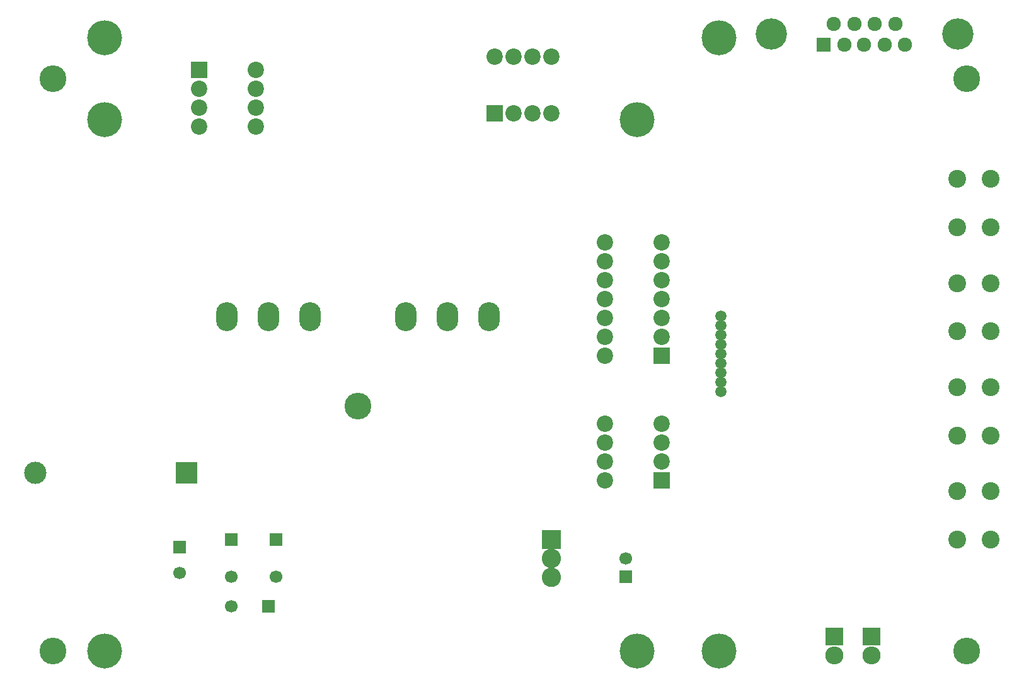
<source format=gbs>
G04 #@! TF.FileFunction,Soldermask,Bot*
%FSLAX46Y46*%
G04 Gerber Fmt 4.6, Leading zero omitted, Abs format (unit mm)*
G04 Created by KiCad (PCBNEW 4.0.2-stable) date 2016/10/31 21:02:32*
%MOMM*%
G01*
G04 APERTURE LIST*
%ADD10C,0.100000*%
%ADD11C,4.210000*%
%ADD12R,1.924000X1.924000*%
%ADD13C,1.924000*%
%ADD14C,1.500000*%
%ADD15C,3.600000*%
%ADD16O,2.899360X3.900120*%
%ADD17R,2.200000X2.200000*%
%ADD18C,2.200000*%
%ADD19C,1.700000*%
%ADD20R,1.700000X1.700000*%
%ADD21R,3.000000X3.000000*%
%ADD22C,3.000000*%
%ADD23R,2.432000X2.432000*%
%ADD24O,2.432000X2.432000*%
%ADD25C,2.400000*%
%ADD26R,2.600000X2.600000*%
%ADD27C,2.600000*%
%ADD28C,4.700000*%
G04 APERTURE END LIST*
D10*
D11*
X174554000Y-52000000D03*
X199573000Y-52000000D03*
D12*
X181539000Y-53397000D03*
D13*
X184333000Y-53397000D03*
X187000000Y-53397000D03*
X189794000Y-53397000D03*
X192461000Y-53397000D03*
X182936000Y-50603000D03*
X185730000Y-50603000D03*
X188397000Y-50603000D03*
X191191000Y-50603000D03*
D14*
X167800000Y-89920000D03*
X167800000Y-91190000D03*
X167800000Y-92460000D03*
X167800000Y-93730000D03*
X167800000Y-95000000D03*
X167800000Y-96270000D03*
X167800000Y-97540000D03*
X167800000Y-98810000D03*
X167800000Y-100080000D03*
D15*
X119000000Y-102000000D03*
D16*
X107000000Y-90000000D03*
X112588000Y-90000000D03*
X101412000Y-90000000D03*
D17*
X159800000Y-112000000D03*
D18*
X159800000Y-109460000D03*
X159800000Y-106920000D03*
X159800000Y-104380000D03*
X152180000Y-104380000D03*
X152180000Y-106920000D03*
X152180000Y-109460000D03*
X152180000Y-112000000D03*
D17*
X97700000Y-56800000D03*
D18*
X97700000Y-59340000D03*
X97700000Y-61880000D03*
X97700000Y-64420000D03*
X105320000Y-64420000D03*
X105320000Y-61880000D03*
X105320000Y-59340000D03*
X105320000Y-56800000D03*
D17*
X137375000Y-62625000D03*
D18*
X139915000Y-62625000D03*
X142455000Y-62625000D03*
X144995000Y-62625000D03*
X144995000Y-55005000D03*
X142455000Y-55005000D03*
X139915000Y-55005000D03*
X137375000Y-55005000D03*
D17*
X159800000Y-95250000D03*
D18*
X159800000Y-92710000D03*
X159800000Y-90170000D03*
X159800000Y-87630000D03*
X159800000Y-85090000D03*
X159800000Y-82550000D03*
X159800000Y-80010000D03*
X152180000Y-80010000D03*
X152180000Y-82550000D03*
X152180000Y-85090000D03*
X152180000Y-87630000D03*
X152180000Y-90170000D03*
X152180000Y-92710000D03*
X152180000Y-95250000D03*
D19*
X95000000Y-124500000D03*
D20*
X95000000Y-121000000D03*
X102000000Y-120000000D03*
D19*
X102000000Y-125000000D03*
D20*
X155000000Y-125000000D03*
D19*
X155000000Y-122500000D03*
D20*
X108000000Y-120000000D03*
D19*
X108000000Y-125000000D03*
D20*
X107000000Y-129000000D03*
D19*
X102000000Y-129000000D03*
D21*
X96000000Y-111000000D03*
D22*
X75680000Y-111000000D03*
D23*
X188000000Y-133000000D03*
D24*
X188000000Y-135540000D03*
D23*
X183000000Y-133000000D03*
D24*
X183000000Y-135540000D03*
D16*
X131000000Y-90000000D03*
X136588000Y-90000000D03*
X125412000Y-90000000D03*
D25*
X199500000Y-78000000D03*
X204000000Y-78000000D03*
X199500000Y-71500000D03*
X204000000Y-71500000D03*
X199500000Y-92000000D03*
X204000000Y-92000000D03*
X199500000Y-85500000D03*
X204000000Y-85500000D03*
X199500000Y-106000000D03*
X204000000Y-106000000D03*
X199500000Y-99500000D03*
X204000000Y-99500000D03*
X199500000Y-120000000D03*
X204000000Y-120000000D03*
X199500000Y-113500000D03*
X204000000Y-113500000D03*
D26*
X145000000Y-120000000D03*
D27*
X145000000Y-122540000D03*
X145000000Y-125080000D03*
D15*
X78000000Y-58000000D03*
X78000000Y-135000000D03*
X200800000Y-135000000D03*
X200800000Y-58000000D03*
D28*
X85000000Y-135000000D03*
X156500000Y-135000000D03*
X167500000Y-135000000D03*
X167500000Y-52500000D03*
X156500000Y-63500000D03*
X85000000Y-63500000D03*
X85000000Y-52500000D03*
M02*

</source>
